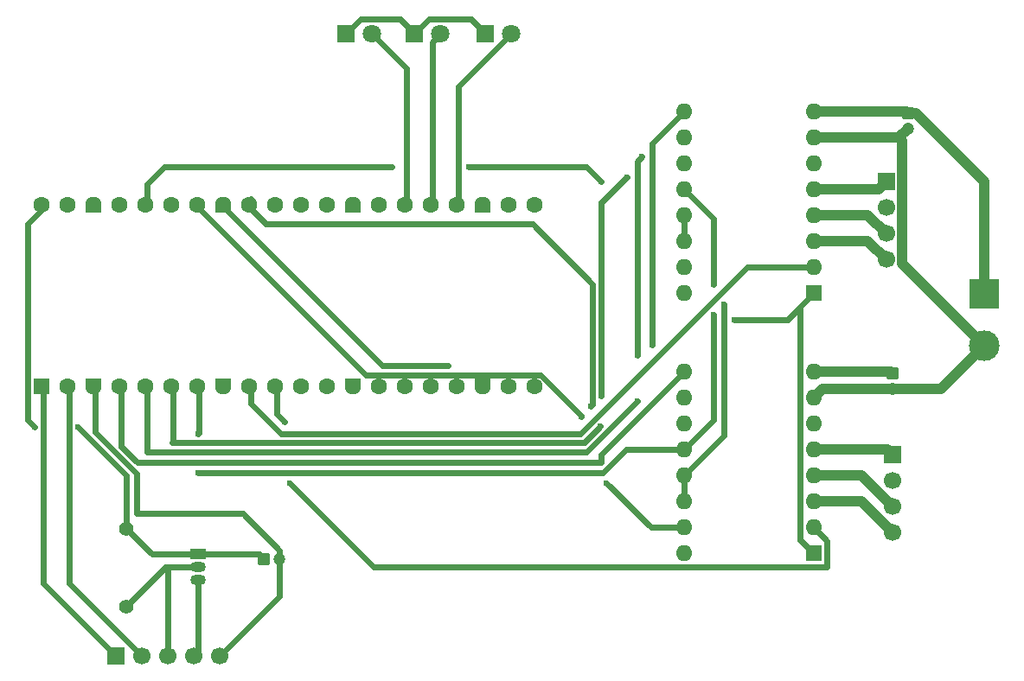
<source format=gbr>
%TF.GenerationSoftware,KiCad,Pcbnew,9.0.6-9.0.6~ubuntu24.04.1*%
%TF.CreationDate,2025-12-19T01:03:36-05:00*%
%TF.ProjectId,pilomar_schematics,70696c6f-6d61-4725-9f73-6368656d6174,rev?*%
%TF.SameCoordinates,Original*%
%TF.FileFunction,Copper,L1,Top*%
%TF.FilePolarity,Positive*%
%FSLAX46Y46*%
G04 Gerber Fmt 4.6, Leading zero omitted, Abs format (unit mm)*
G04 Created by KiCad (PCBNEW 9.0.6-9.0.6~ubuntu24.04.1) date 2025-12-19 01:03:36*
%MOMM*%
%LPD*%
G01*
G04 APERTURE LIST*
G04 Aperture macros list*
%AMRoundRect*
0 Rectangle with rounded corners*
0 $1 Rounding radius*
0 $2 $3 $4 $5 $6 $7 $8 $9 X,Y pos of 4 corners*
0 Add a 4 corners polygon primitive as box body*
4,1,4,$2,$3,$4,$5,$6,$7,$8,$9,$2,$3,0*
0 Add four circle primitives for the rounded corners*
1,1,$1+$1,$2,$3*
1,1,$1+$1,$4,$5*
1,1,$1+$1,$6,$7*
1,1,$1+$1,$8,$9*
0 Add four rect primitives between the rounded corners*
20,1,$1+$1,$2,$3,$4,$5,0*
20,1,$1+$1,$4,$5,$6,$7,0*
20,1,$1+$1,$6,$7,$8,$9,0*
20,1,$1+$1,$8,$9,$2,$3,0*%
%AMFreePoly0*
4,1,37,0.603843,0.796157,0.639018,0.796157,0.711114,0.766294,0.766294,0.711114,0.796157,0.639018,0.796157,0.603843,0.800000,0.600000,0.800000,-0.600000,0.796157,-0.603843,0.796157,-0.639018,0.766294,-0.711114,0.711114,-0.766294,0.639018,-0.796157,0.603843,-0.796157,0.600000,-0.800000,0.000000,-0.800000,0.000000,-0.796148,-0.078414,-0.796148,-0.232228,-0.765552,-0.377117,-0.705537,
-0.507515,-0.618408,-0.618408,-0.507515,-0.705537,-0.377117,-0.765552,-0.232228,-0.796148,-0.078414,-0.796148,0.078414,-0.765552,0.232228,-0.705537,0.377117,-0.618408,0.507515,-0.507515,0.618408,-0.377117,0.705537,-0.232228,0.765552,-0.078414,0.796148,0.000000,0.796148,0.000000,0.800000,0.600000,0.800000,0.603843,0.796157,0.603843,0.796157,$1*%
%AMFreePoly1*
4,1,37,0.000000,0.796148,0.078414,0.796148,0.232228,0.765552,0.377117,0.705537,0.507515,0.618408,0.618408,0.507515,0.705537,0.377117,0.765552,0.232228,0.796148,0.078414,0.796148,-0.078414,0.765552,-0.232228,0.705537,-0.377117,0.618408,-0.507515,0.507515,-0.618408,0.377117,-0.705537,0.232228,-0.765552,0.078414,-0.796148,0.000000,-0.796148,0.000000,-0.800000,-0.600000,-0.800000,
-0.603843,-0.796157,-0.639018,-0.796157,-0.711114,-0.766294,-0.766294,-0.711114,-0.796157,-0.639018,-0.796157,-0.603843,-0.800000,-0.600000,-0.800000,0.600000,-0.796157,0.603843,-0.796157,0.639018,-0.766294,0.711114,-0.711114,0.766294,-0.639018,0.796157,-0.603843,0.796157,-0.600000,0.800000,0.000000,0.800000,0.000000,0.796148,0.000000,0.796148,$1*%
G04 Aperture macros list end*
%TA.AperFunction,ComponentPad*%
%ADD10R,3.000000X3.000000*%
%TD*%
%TA.AperFunction,ComponentPad*%
%ADD11C,3.000000*%
%TD*%
%TA.AperFunction,ComponentPad*%
%ADD12R,1.500000X1.050000*%
%TD*%
%TA.AperFunction,ComponentPad*%
%ADD13O,1.500000X1.050000*%
%TD*%
%TA.AperFunction,ComponentPad*%
%ADD14RoundRect,0.200000X0.600000X-0.600000X0.600000X0.600000X-0.600000X0.600000X-0.600000X-0.600000X0*%
%TD*%
%TA.AperFunction,ComponentPad*%
%ADD15C,1.600000*%
%TD*%
%TA.AperFunction,ComponentPad*%
%ADD16FreePoly0,90.000000*%
%TD*%
%TA.AperFunction,ComponentPad*%
%ADD17FreePoly1,90.000000*%
%TD*%
%TA.AperFunction,ComponentPad*%
%ADD18R,1.800000X1.800000*%
%TD*%
%TA.AperFunction,ComponentPad*%
%ADD19C,1.800000*%
%TD*%
%TA.AperFunction,ComponentPad*%
%ADD20R,1.600000X1.600000*%
%TD*%
%TA.AperFunction,ComponentPad*%
%ADD21O,1.600000X1.600000*%
%TD*%
%TA.AperFunction,ComponentPad*%
%ADD22RoundRect,0.250000X-0.350000X0.350000X-0.350000X-0.350000X0.350000X-0.350000X0.350000X0.350000X0*%
%TD*%
%TA.AperFunction,ComponentPad*%
%ADD23C,1.200000*%
%TD*%
%TA.AperFunction,ComponentPad*%
%ADD24R,1.700000X1.700000*%
%TD*%
%TA.AperFunction,ComponentPad*%
%ADD25C,1.700000*%
%TD*%
%TA.AperFunction,ComponentPad*%
%ADD26RoundRect,0.250000X-0.350000X-0.350000X0.350000X-0.350000X0.350000X0.350000X-0.350000X0.350000X0*%
%TD*%
%TA.AperFunction,ComponentPad*%
%ADD27C,1.400000*%
%TD*%
%TA.AperFunction,ViaPad*%
%ADD28C,0.600000*%
%TD*%
%TA.AperFunction,Conductor*%
%ADD29C,1.000000*%
%TD*%
%TA.AperFunction,Conductor*%
%ADD30C,0.625000*%
%TD*%
G04 APERTURE END LIST*
D10*
%TO.P,12VDC1,1,Pin_1*%
%TO.N,Net-(12VDC1-Pin_1)*%
X131000000Y-79960000D03*
D11*
%TO.P,12VDC1,2,Pin_2*%
%TO.N,Net-(12VDC1-Pin_2)*%
X131000000Y-85040000D03*
%TD*%
D12*
%TO.P,Q1,1,E*%
%TO.N,Net-(A1-VBUS)*%
X54000000Y-105460000D03*
D13*
%TO.P,Q1,2,B*%
%TO.N,Net-(J2-Pin_3)*%
X54000000Y-106730000D03*
%TO.P,Q1,3,C*%
%TO.N,Net-(J2-Pin_4)*%
X54000000Y-108000000D03*
%TD*%
D14*
%TO.P,A1,1,GPIO0*%
%TO.N,Net-(A1-GPIO0)*%
X38720000Y-89000000D03*
D15*
%TO.P,A1,2,GPIO1*%
%TO.N,Net-(A1-GPIO1)*%
X41260000Y-89000000D03*
D16*
%TO.P,A1,3,GND*%
%TO.N,Net-(Blue1-K)*%
X43800000Y-89000000D03*
D15*
%TO.P,A1,4,GPIO2*%
%TO.N,Net-(A1-GPIO2)*%
X46340000Y-89000000D03*
%TO.P,A1,5,GPIO3*%
%TO.N,Net-(A1-GPIO3)*%
X48880000Y-89000000D03*
%TO.P,A1,6,GPIO4*%
%TO.N,Net-(A1-GPIO4)*%
X51420000Y-89000000D03*
%TO.P,A1,7,GPIO5*%
%TO.N,Net-(A1-GPIO5)*%
X53960000Y-89000000D03*
D16*
%TO.P,A1,8,GND*%
%TO.N,Net-(Blue1-K)*%
X56500000Y-89000000D03*
D15*
%TO.P,A1,9,GPIO6*%
%TO.N,Net-(A1-GPIO6)*%
X59040000Y-89000000D03*
%TO.P,A1,10,GPIO7*%
%TO.N,Net-(A1-GPIO7)*%
X61580000Y-89000000D03*
%TO.P,A1,11,GPIO8*%
%TO.N,unconnected-(A1-GPIO8-Pad11)*%
X64120000Y-89000000D03*
%TO.P,A1,12,GPIO9*%
%TO.N,unconnected-(A1-GPIO9-Pad12)*%
X66660000Y-89000000D03*
D16*
%TO.P,A1,13,GND*%
%TO.N,Net-(Blue1-K)*%
X69200000Y-89000000D03*
D15*
%TO.P,A1,14,GPIO10*%
%TO.N,unconnected-(A1-GPIO10-Pad14)*%
X71740000Y-89000000D03*
%TO.P,A1,15,GPIO11*%
%TO.N,unconnected-(A1-GPIO11-Pad15)*%
X74280000Y-89000000D03*
%TO.P,A1,16,GPIO12*%
%TO.N,unconnected-(A1-GPIO12-Pad16)*%
X76820000Y-89000000D03*
%TO.P,A1,17,GPIO13*%
%TO.N,unconnected-(A1-GPIO13-Pad17)*%
X79360000Y-89000000D03*
D16*
%TO.P,A1,18,GND*%
%TO.N,Net-(Blue1-K)*%
X81900000Y-89000000D03*
D15*
%TO.P,A1,19,GPIO14*%
%TO.N,unconnected-(A1-GPIO14-Pad19)*%
X84440000Y-89000000D03*
%TO.P,A1,20,GPIO15*%
%TO.N,unconnected-(A1-GPIO15-Pad20)*%
X86980000Y-89000000D03*
%TO.P,A1,21,GPIO16*%
%TO.N,unconnected-(A1-GPIO16-Pad21)*%
X86980000Y-71220000D03*
%TO.P,A1,22,GPIO17*%
%TO.N,unconnected-(A1-GPIO17-Pad22)*%
X84440000Y-71220000D03*
D17*
%TO.P,A1,23,GND*%
%TO.N,Net-(Blue1-K)*%
X81900000Y-71220000D03*
D15*
%TO.P,A1,24,GPIO18*%
%TO.N,Net-(A1-GPIO18)*%
X79360000Y-71220000D03*
%TO.P,A1,25,GPIO19*%
%TO.N,Net-(A1-GPIO19)*%
X76820000Y-71220000D03*
%TO.P,A1,26,GPIO20*%
%TO.N,Net-(A1-GPIO20)*%
X74280000Y-71220000D03*
%TO.P,A1,27,GPIO21*%
%TO.N,unconnected-(A1-GPIO21-Pad27)*%
X71740000Y-71220000D03*
D17*
%TO.P,A1,28,GND*%
%TO.N,Net-(Blue1-K)*%
X69200000Y-71220000D03*
D15*
%TO.P,A1,29,GPIO22*%
%TO.N,unconnected-(A1-GPIO22-Pad29)*%
X66660000Y-71220000D03*
%TO.P,A1,30,RUN*%
%TO.N,unconnected-(A1-RUN-Pad30)*%
X64120000Y-71220000D03*
%TO.P,A1,31,GPIO26_ADC0*%
%TO.N,Net-(A1-GPIO26_ADC0)*%
X61580000Y-71220000D03*
%TO.P,A1,32,GPIO27_ADC1*%
%TO.N,Net-(A1-GPIO27_ADC1)*%
X59040000Y-71220000D03*
D17*
%TO.P,A1,33,AGND*%
%TO.N,Net-(A1-AGND)*%
X56500000Y-71220000D03*
D15*
%TO.P,A1,34,GPIO28_ADC2*%
%TO.N,Net-(A1-GPIO28_ADC2)*%
X53960000Y-71220000D03*
%TO.P,A1,35,ADC_VREF*%
%TO.N,unconnected-(A1-ADC_VREF-Pad35)*%
X51420000Y-71220000D03*
%TO.P,A1,36,3V3*%
%TO.N,Net-(A1-3V3)*%
X48880000Y-71220000D03*
%TO.P,A1,37,3V3_EN*%
%TO.N,unconnected-(A1-3V3_EN-Pad37)*%
X46340000Y-71220000D03*
D17*
%TO.P,A1,38,GND*%
%TO.N,Net-(Blue1-K)*%
X43800000Y-71220000D03*
D15*
%TO.P,A1,39,VSYS*%
%TO.N,unconnected-(A1-VSYS-Pad39)*%
X41260000Y-71220000D03*
%TO.P,A1,40,VBUS*%
%TO.N,Net-(A1-VBUS)*%
X38720000Y-71220000D03*
%TD*%
D18*
%TO.P,Red1,1,K*%
%TO.N,Net-(Blue1-K)*%
X82160000Y-54500000D03*
D19*
%TO.P,Red1,2,A*%
%TO.N,Net-(A1-GPIO18)*%
X84700000Y-54500000D03*
%TD*%
D20*
%TO.P,Azimuth1,1,GND*%
%TO.N,Net-(A1-AGND)*%
X114340000Y-79890000D03*
D21*
%TO.P,Azimuth1,2,~{FLT}*%
%TO.N,Net-(A1-GPIO6)*%
X114340000Y-77350000D03*
%TO.P,Azimuth1,3,A2*%
%TO.N,Net-(Azimuth1-A2)*%
X114340000Y-74810000D03*
%TO.P,Azimuth1,4,A1*%
%TO.N,Net-(Azimuth1-A1)*%
X114340000Y-72270000D03*
%TO.P,Azimuth1,5,B1*%
%TO.N,Net-(Azimuth1-B1)*%
X114340000Y-69730000D03*
%TO.P,Azimuth1,6,B2*%
%TO.N,Net-(Azimuth1-B2)*%
X114340000Y-67190000D03*
%TO.P,Azimuth1,7,GND*%
%TO.N,Net-(12VDC1-Pin_2)*%
X114340000Y-64650000D03*
%TO.P,Azimuth1,8,VMOT*%
%TO.N,Net-(12VDC1-Pin_1)*%
X114340000Y-62110000D03*
%TO.P,Azimuth1,9,~{EN}*%
%TO.N,Net-(A1-GPIO2)*%
X101640000Y-62110000D03*
%TO.P,Azimuth1,10,M0*%
%TO.N,Net-(A1-GPIO3)*%
X101640000Y-64650000D03*
%TO.P,Azimuth1,11,M1*%
%TO.N,Net-(A1-GPIO4)*%
X101640000Y-67190000D03*
%TO.P,Azimuth1,12,M2*%
%TO.N,Net-(A1-GPIO5)*%
X101640000Y-69730000D03*
%TO.P,Azimuth1,13,~{RST}*%
%TO.N,Net-(A1-3V3)*%
X101640000Y-72270000D03*
%TO.P,Azimuth1,14,~{SLP}*%
X101640000Y-74810000D03*
%TO.P,Azimuth1,15,STEP*%
%TO.N,Net-(A1-GPIO26_ADC0)*%
X101640000Y-77350000D03*
%TO.P,Azimuth1,16,DIR*%
%TO.N,Net-(A1-GPIO27_ADC1)*%
X101640000Y-79890000D03*
%TD*%
D18*
%TO.P,Blue1,1,K*%
%TO.N,Net-(Blue1-K)*%
X68500000Y-54500000D03*
D19*
%TO.P,Blue1,2,A*%
%TO.N,Net-(A1-GPIO20)*%
X71040000Y-54500000D03*
%TD*%
D22*
%TO.P,C2,1*%
%TO.N,Net-(12VDC1-Pin_1)*%
X123500000Y-62277401D03*
D23*
%TO.P,C2,2*%
%TO.N,Net-(12VDC1-Pin_2)*%
X123500000Y-63777401D03*
%TD*%
D24*
%TO.P,J2,1,Pin_1*%
%TO.N,Net-(A1-GPIO0)*%
X46000000Y-115460000D03*
D25*
%TO.P,J2,2,Pin_2*%
%TO.N,Net-(A1-GPIO1)*%
X48540000Y-115460000D03*
%TO.P,J2,3,Pin_3*%
%TO.N,Net-(J2-Pin_3)*%
X51080000Y-115460000D03*
%TO.P,J2,4,Pin_4*%
%TO.N,Net-(J2-Pin_4)*%
X53620000Y-115460000D03*
%TO.P,J2,5,Pin_5*%
%TO.N,Net-(Blue1-K)*%
X56160000Y-115460000D03*
%TD*%
D18*
%TO.P,Green1,1,K*%
%TO.N,Net-(Blue1-K)*%
X75225000Y-54500000D03*
D19*
%TO.P,Green1,2,A*%
%TO.N,Net-(A1-GPIO19)*%
X77765000Y-54500000D03*
%TD*%
D26*
%TO.P,C1,1*%
%TO.N,Net-(A1-VBUS)*%
X60500000Y-105960000D03*
D23*
%TO.P,C1,2*%
%TO.N,Net-(Blue1-K)*%
X62000000Y-105960000D03*
%TD*%
D24*
%TO.P,M1,1*%
%TO.N,Net-(Altitude1-B1)*%
X122000000Y-95690000D03*
D25*
%TO.P,M1,2,-*%
%TO.N,Net-(Altitude1-B2)*%
X122000000Y-98230000D03*
%TO.P,M1,3*%
%TO.N,Net-(Altitude1-A1)*%
X122000000Y-100770000D03*
%TO.P,M1,4*%
%TO.N,Net-(Altitude1-A2)*%
X122000000Y-103310000D03*
%TD*%
D24*
%TO.P,M2,1*%
%TO.N,Net-(Azimuth1-B1)*%
X121380000Y-69000000D03*
D25*
%TO.P,M2,2,-*%
%TO.N,Net-(Azimuth1-B2)*%
X121380000Y-71540000D03*
%TO.P,M2,3*%
%TO.N,Net-(Azimuth1-A1)*%
X121380000Y-74080000D03*
%TO.P,M2,4*%
%TO.N,Net-(Azimuth1-A2)*%
X121380000Y-76620000D03*
%TD*%
D22*
%TO.P,C3,1*%
%TO.N,Net-(12VDC1-Pin_1)*%
X122000000Y-87777401D03*
D23*
%TO.P,C3,2*%
%TO.N,Net-(12VDC1-Pin_2)*%
X122000000Y-89277401D03*
%TD*%
D20*
%TO.P,Altitude1,1,GND*%
%TO.N,Net-(A1-AGND)*%
X114300000Y-105390000D03*
D21*
%TO.P,Altitude1,2,~{FLT}*%
%TO.N,Net-(A1-GPIO7)*%
X114300000Y-102850000D03*
%TO.P,Altitude1,3,A2*%
%TO.N,Net-(Altitude1-A2)*%
X114300000Y-100310000D03*
%TO.P,Altitude1,4,A1*%
%TO.N,Net-(Altitude1-A1)*%
X114300000Y-97770000D03*
%TO.P,Altitude1,5,B1*%
%TO.N,Net-(Altitude1-B1)*%
X114300000Y-95230000D03*
%TO.P,Altitude1,6,B2*%
%TO.N,Net-(Altitude1-B2)*%
X114300000Y-92690000D03*
%TO.P,Altitude1,7,GND*%
%TO.N,Net-(12VDC1-Pin_2)*%
X114300000Y-90150000D03*
%TO.P,Altitude1,8,VMOT*%
%TO.N,Net-(12VDC1-Pin_1)*%
X114300000Y-87610000D03*
%TO.P,Altitude1,9,~{EN}*%
%TO.N,Net-(A1-GPIO2)*%
X101600000Y-87610000D03*
%TO.P,Altitude1,10,M0*%
%TO.N,Net-(A1-GPIO3)*%
X101600000Y-90150000D03*
%TO.P,Altitude1,11,M1*%
%TO.N,Net-(A1-GPIO4)*%
X101600000Y-92690000D03*
%TO.P,Altitude1,12,M2*%
%TO.N,Net-(A1-GPIO5)*%
X101600000Y-95230000D03*
%TO.P,Altitude1,13,~{RST}*%
%TO.N,Net-(A1-3V3)*%
X101600000Y-97770000D03*
%TO.P,Altitude1,14,~{SLP}*%
X101600000Y-100310000D03*
%TO.P,Altitude1,15,STEP*%
%TO.N,Net-(A1-GPIO28_ADC2)*%
X101600000Y-102850000D03*
%TO.P,Altitude1,16,DIR*%
%TO.N,Net-(A1-GPIO27_ADC1)*%
X101600000Y-105390000D03*
%TD*%
D27*
%TO.P,R1,1*%
%TO.N,Net-(J2-Pin_3)*%
X47000000Y-110580000D03*
%TO.P,R1,2*%
%TO.N,Net-(A1-VBUS)*%
X47000000Y-102960000D03*
%TD*%
D28*
%TO.N,Net-(A1-GPIO27_ADC1)*%
X92500000Y-91000000D03*
X92674000Y-79000000D03*
%TO.N,Net-(A1-GPIO5)*%
X54000000Y-93674000D03*
X104500000Y-82000000D03*
X104500000Y-79000000D03*
X54000000Y-97500000D03*
%TO.N,Net-(A1-3V3)*%
X73000000Y-67500000D03*
X93500000Y-69000000D03*
X105500000Y-81000000D03*
X80500000Y-67500000D03*
%TO.N,Net-(A1-GPIO2)*%
X98500000Y-85000000D03*
%TO.N,Net-(A1-GPIO7)*%
X62500000Y-92500000D03*
X63000000Y-98500000D03*
%TO.N,Net-(A1-AGND)*%
X106500000Y-82500000D03*
X78500000Y-87000000D03*
%TO.N,Net-(A1-GPIO3)*%
X97000000Y-90500000D03*
X97000000Y-86000000D03*
X97500000Y-66500000D03*
%TO.N,Net-(A1-GPIO28_ADC2)*%
X91500000Y-92000000D03*
X94000000Y-98500000D03*
%TO.N,Net-(A1-VBUS)*%
X38000000Y-93000000D03*
X42236000Y-93000000D03*
%TO.N,Net-(A1-GPIO4)*%
X93500000Y-90000000D03*
X93415930Y-92915930D03*
X96000000Y-68500000D03*
%TD*%
D29*
%TO.N,Net-(12VDC1-Pin_1)*%
X131000000Y-69000000D02*
X131000000Y-79960000D01*
X121832599Y-87610000D02*
X122000000Y-87777401D01*
X123500000Y-62277401D02*
X124277401Y-62277401D01*
X114340000Y-62110000D02*
X123332599Y-62110000D01*
X124277401Y-62277401D02*
X131000000Y-69000000D01*
X114300000Y-87610000D02*
X121832599Y-87610000D01*
X123332599Y-62110000D02*
X123500000Y-62277401D01*
%TO.N,Net-(12VDC1-Pin_2)*%
X122627401Y-64650000D02*
X123500000Y-63777401D01*
X122931000Y-64953599D02*
X122931000Y-76971000D01*
X122000000Y-89277401D02*
X115172599Y-89277401D01*
X131000000Y-85040000D02*
X126762599Y-89277401D01*
X122627401Y-64650000D02*
X122931000Y-64953599D01*
X115172599Y-89277401D02*
X114300000Y-90150000D01*
X114340000Y-64650000D02*
X122627401Y-64650000D01*
X122931000Y-76971000D02*
X131000000Y-85040000D01*
X126762599Y-89277401D02*
X122000000Y-89277401D01*
D30*
%TO.N,Net-(Blue1-K)*%
X58388528Y-101500000D02*
X48000000Y-101500000D01*
X48000000Y-97595860D02*
X43950000Y-93545860D01*
X76638500Y-53086500D02*
X80746500Y-53086500D01*
X73811500Y-53086500D02*
X75225000Y-54500000D01*
X80746500Y-53086500D02*
X82160000Y-54500000D01*
X69913500Y-53086500D02*
X73811500Y-53086500D01*
X68500000Y-54500000D02*
X69913500Y-53086500D01*
X62000000Y-105111472D02*
X58388528Y-101500000D01*
X62000000Y-109620000D02*
X56160000Y-115460000D01*
X75225000Y-54500000D02*
X76638500Y-53086500D01*
X43950000Y-93545860D02*
X43950000Y-89390000D01*
X62000000Y-105960000D02*
X62000000Y-105111472D01*
X48000000Y-101500000D02*
X48000000Y-97595860D01*
X62000000Y-105960000D02*
X62000000Y-109620000D01*
%TO.N,Net-(A1-GPIO27_ADC1)*%
X60666500Y-73086500D02*
X86760500Y-73086500D01*
X86760500Y-73086500D02*
X92674000Y-79000000D01*
X92674000Y-79000000D02*
X92674000Y-90826000D01*
X59190000Y-71610000D02*
X59190000Y-70692430D01*
X59190000Y-71610000D02*
X60666500Y-73086500D01*
X92674000Y-90826000D02*
X92500000Y-91000000D01*
%TO.N,Net-(A1-GPIO6)*%
X91489720Y-93674000D02*
X107813720Y-77350000D01*
X59190000Y-89390000D02*
X59190000Y-90690000D01*
X59190000Y-90690000D02*
X62174000Y-93674000D01*
X62174000Y-93674000D02*
X91489720Y-93674000D01*
X107813720Y-77350000D02*
X114340000Y-77350000D01*
%TO.N,Net-(A1-GPIO5)*%
X95938140Y-95230000D02*
X101600000Y-95230000D01*
X101600000Y-95230000D02*
X104500000Y-92330000D01*
X54110000Y-93564000D02*
X54000000Y-93674000D01*
X54110000Y-89390000D02*
X54110000Y-93564000D01*
X104500000Y-72590000D02*
X101640000Y-69730000D01*
X104500000Y-92330000D02*
X104500000Y-82000000D01*
X104500000Y-79000000D02*
X104500000Y-72590000D01*
X93668140Y-97500000D02*
X95938140Y-95230000D01*
X54000000Y-97500000D02*
X93668140Y-97500000D01*
%TO.N,Net-(A1-GPIO18)*%
X79510000Y-71610000D02*
X79510000Y-59690000D01*
X79510000Y-59690000D02*
X84700000Y-54500000D01*
%TO.N,Net-(A1-3V3)*%
X50740000Y-67500000D02*
X49030000Y-69210000D01*
X101600000Y-97770000D02*
X105500000Y-93870000D01*
X73000000Y-67500000D02*
X50740000Y-67500000D01*
X92000000Y-67500000D02*
X80500000Y-67500000D01*
X93500000Y-69000000D02*
X92000000Y-67500000D01*
X105500000Y-93870000D02*
X105500000Y-81000000D01*
X101640000Y-74810000D02*
X101640000Y-72270000D01*
X101600000Y-97770000D02*
X101600000Y-100310000D01*
X49030000Y-69210000D02*
X49030000Y-71610000D01*
%TO.N,Net-(A1-GPIO1)*%
X41410000Y-108330000D02*
X41410000Y-89390000D01*
X48540000Y-115460000D02*
X41410000Y-108330000D01*
%TO.N,Net-(A1-GPIO2)*%
X98500000Y-65250000D02*
X101640000Y-62110000D01*
X48072280Y-96500000D02*
X93500000Y-96500000D01*
X98500000Y-85000000D02*
X98500000Y-65250000D01*
X93500000Y-96500000D02*
X93500000Y-95710000D01*
X46490000Y-94917720D02*
X48072280Y-96500000D01*
X46490000Y-89390000D02*
X46490000Y-94917720D01*
X93500000Y-95710000D02*
X101600000Y-87610000D01*
%TO.N,Net-(A1-GPIO7)*%
X115613500Y-104163500D02*
X114300000Y-102850000D01*
X61730000Y-89390000D02*
X61730000Y-91730000D01*
X63000000Y-98500000D02*
X71203500Y-106703500D01*
X61730000Y-91730000D02*
X62500000Y-92500000D01*
X115613500Y-106703500D02*
X115613500Y-104163500D01*
X71203500Y-106703500D02*
X115613500Y-106703500D01*
%TO.N,Net-(A1-AGND)*%
X112986500Y-104076500D02*
X114300000Y-105390000D01*
X114340000Y-79890000D02*
X112986500Y-81243500D01*
X111730000Y-82500000D02*
X112986500Y-81243500D01*
X72040000Y-87000000D02*
X78500000Y-87000000D01*
X112986500Y-81243500D02*
X112986500Y-104076500D01*
X56650000Y-71610000D02*
X72040000Y-87000000D01*
X106500000Y-82500000D02*
X111730000Y-82500000D01*
%TO.N,Net-(A1-GPIO19)*%
X76970000Y-71610000D02*
X76970000Y-55295000D01*
X76970000Y-55295000D02*
X77765000Y-54500000D01*
%TO.N,Net-(A1-GPIO3)*%
X92000000Y-95500000D02*
X97000000Y-90500000D01*
X97000000Y-86000000D02*
X97000000Y-67000000D01*
X49000000Y-95500000D02*
X92000000Y-95500000D01*
X49030000Y-89390000D02*
X49000000Y-89420000D01*
X49000000Y-89420000D02*
X49000000Y-95500000D01*
X49030000Y-89390000D02*
X49030000Y-90521370D01*
X97000000Y-67000000D02*
X97500000Y-66500000D01*
%TO.N,Net-(A1-GPIO28_ADC2)*%
X94000000Y-98500000D02*
X98350000Y-102850000D01*
X87511070Y-87913500D02*
X91500000Y-91902430D01*
X70413500Y-87913500D02*
X87511070Y-87913500D01*
X54110000Y-71610000D02*
X70413500Y-87913500D01*
X98350000Y-102850000D02*
X101600000Y-102850000D01*
X91500000Y-91902430D02*
X91500000Y-92000000D01*
%TO.N,Net-(A1-VBUS)*%
X47000000Y-102960000D02*
X47000000Y-97764000D01*
X60500000Y-105960000D02*
X60000000Y-105460000D01*
X37336500Y-92336500D02*
X37336500Y-73143500D01*
X49500000Y-105460000D02*
X47000000Y-102960000D01*
X60000000Y-105460000D02*
X54000000Y-105460000D01*
X37336500Y-73143500D02*
X38870000Y-71610000D01*
X47000000Y-97764000D02*
X42236000Y-93000000D01*
X54000000Y-105460000D02*
X49500000Y-105460000D01*
X38000000Y-93000000D02*
X37336500Y-92336500D01*
%TO.N,Net-(A1-GPIO20)*%
X74430000Y-57890000D02*
X71040000Y-54500000D01*
X74430000Y-71610000D02*
X74430000Y-57890000D01*
%TO.N,Net-(A1-GPIO4)*%
X51570000Y-94430000D02*
X51500000Y-94500000D01*
X93500000Y-71000000D02*
X96000000Y-68500000D01*
X51500000Y-94500000D02*
X91831860Y-94500000D01*
X51570000Y-89390000D02*
X51570000Y-94430000D01*
X91831860Y-94500000D02*
X93415930Y-92915930D01*
X93500000Y-90000000D02*
X93500000Y-71000000D01*
%TO.N,Net-(A1-GPIO0)*%
X38870000Y-108330000D02*
X46000000Y-115460000D01*
X38870000Y-89390000D02*
X38870000Y-108330000D01*
D29*
%TO.N,Net-(Altitude1-A2)*%
X119000000Y-100310000D02*
X122000000Y-103310000D01*
X114300000Y-100310000D02*
X119000000Y-100310000D01*
%TO.N,Net-(Altitude1-B1)*%
X114300000Y-95230000D02*
X121540000Y-95230000D01*
X121540000Y-95230000D02*
X122000000Y-95690000D01*
%TO.N,Net-(Altitude1-A1)*%
X119000000Y-97770000D02*
X122000000Y-100770000D01*
X114300000Y-97770000D02*
X119000000Y-97770000D01*
%TO.N,Net-(Azimuth1-A2)*%
X114340000Y-74810000D02*
X119570000Y-74810000D01*
X119570000Y-74810000D02*
X121380000Y-76620000D01*
%TO.N,Net-(Azimuth1-B1)*%
X120650000Y-69730000D02*
X121380000Y-69000000D01*
X114340000Y-69730000D02*
X120650000Y-69730000D01*
%TO.N,Net-(Azimuth1-A1)*%
X114340000Y-72270000D02*
X119570000Y-72270000D01*
X119570000Y-72270000D02*
X121380000Y-74080000D01*
D30*
%TO.N,Net-(J2-Pin_3)*%
X51080000Y-106960000D02*
X51080000Y-115460000D01*
X54000000Y-106730000D02*
X50850000Y-106730000D01*
X50850000Y-106730000D02*
X47000000Y-110580000D01*
X50850000Y-106730000D02*
X51080000Y-106960000D01*
%TO.N,Net-(J2-Pin_4)*%
X54000000Y-115080000D02*
X53620000Y-115460000D01*
X54000000Y-108000000D02*
X54000000Y-115080000D01*
%TD*%
M02*

</source>
